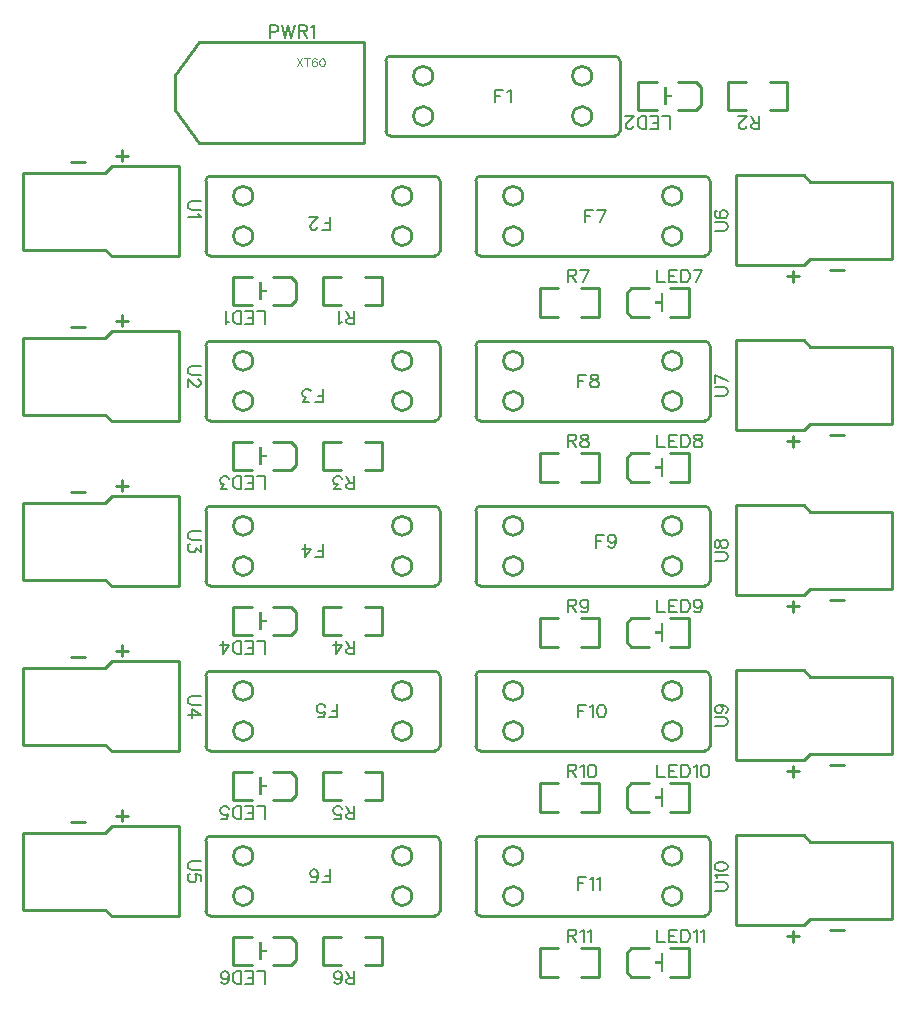
<source format=gto>
G04 Layer: TopSilkscreenLayer*
G04 EasyEDA v6.5.5, 2022-06-01 22:09:19*
G04 f343101900314467833159393b3af33e,c96cdaf6a0e44fa3bb1e134f2b5c86cb,10*
G04 Gerber Generator version 0.2*
G04 Scale: 100 percent, Rotated: No, Reflected: No *
G04 Dimensions in millimeters *
G04 leading zeros omitted , absolute positions ,4 integer and 5 decimal *
%FSLAX45Y45*%
%MOMM*%

%ADD10C,0.2540*%
%ADD19C,0.1524*%
%ADD20C,0.1000*%

%LPD*%
D19*
X2626393Y-2975315D02*
G01*
X2626393Y-2866349D01*
X2626393Y-2866349D02*
G01*
X2564163Y-2866349D01*
X2529873Y-2975315D02*
G01*
X2529873Y-2866349D01*
X2529873Y-2975315D02*
G01*
X2462309Y-2975315D01*
X2529873Y-2923499D02*
G01*
X2488217Y-2923499D01*
X2529873Y-2866349D02*
G01*
X2462309Y-2866349D01*
X2428019Y-2975315D02*
G01*
X2428019Y-2866349D01*
X2428019Y-2975315D02*
G01*
X2391443Y-2975315D01*
X2375949Y-2970235D01*
X2365535Y-2959821D01*
X2360455Y-2949407D01*
X2355121Y-2933659D01*
X2355121Y-2907751D01*
X2360455Y-2892257D01*
X2365535Y-2881843D01*
X2375949Y-2871429D01*
X2391443Y-2866349D01*
X2428019Y-2866349D01*
X2320831Y-2954487D02*
G01*
X2310417Y-2959821D01*
X2294923Y-2975315D01*
X2294923Y-2866349D01*
X6055393Y-1324315D02*
G01*
X6055393Y-1215349D01*
X6055393Y-1215349D02*
G01*
X5993163Y-1215349D01*
X5958873Y-1324315D02*
G01*
X5958873Y-1215349D01*
X5958873Y-1324315D02*
G01*
X5891309Y-1324315D01*
X5958873Y-1272499D02*
G01*
X5917217Y-1272499D01*
X5958873Y-1215349D02*
G01*
X5891309Y-1215349D01*
X5857019Y-1324315D02*
G01*
X5857019Y-1215349D01*
X5857019Y-1324315D02*
G01*
X5820443Y-1324315D01*
X5804949Y-1319235D01*
X5794535Y-1308821D01*
X5789455Y-1298407D01*
X5784121Y-1282659D01*
X5784121Y-1256751D01*
X5789455Y-1241257D01*
X5794535Y-1230843D01*
X5804949Y-1220429D01*
X5820443Y-1215349D01*
X5857019Y-1215349D01*
X5744751Y-1298407D02*
G01*
X5744751Y-1303487D01*
X5739417Y-1313901D01*
X5734337Y-1319235D01*
X5723923Y-1324315D01*
X5703095Y-1324315D01*
X5692681Y-1319235D01*
X5687601Y-1313901D01*
X5682267Y-1303487D01*
X5682267Y-1293073D01*
X5687601Y-1282659D01*
X5698015Y-1267165D01*
X5749831Y-1215349D01*
X5677187Y-1215349D01*
X2626393Y-4372315D02*
G01*
X2626393Y-4263349D01*
X2626393Y-4263349D02*
G01*
X2564163Y-4263349D01*
X2529873Y-4372315D02*
G01*
X2529873Y-4263349D01*
X2529873Y-4372315D02*
G01*
X2462309Y-4372315D01*
X2529873Y-4320499D02*
G01*
X2488217Y-4320499D01*
X2529873Y-4263349D02*
G01*
X2462309Y-4263349D01*
X2428019Y-4372315D02*
G01*
X2428019Y-4263349D01*
X2428019Y-4372315D02*
G01*
X2391443Y-4372315D01*
X2375949Y-4367235D01*
X2365535Y-4356821D01*
X2360455Y-4346407D01*
X2355121Y-4330659D01*
X2355121Y-4304751D01*
X2360455Y-4289257D01*
X2365535Y-4278843D01*
X2375949Y-4268429D01*
X2391443Y-4263349D01*
X2428019Y-4263349D01*
X2310417Y-4372315D02*
G01*
X2253267Y-4372315D01*
X2284509Y-4330659D01*
X2269015Y-4330659D01*
X2258601Y-4325579D01*
X2253267Y-4320499D01*
X2248187Y-4304751D01*
X2248187Y-4294337D01*
X2253267Y-4278843D01*
X2263681Y-4268429D01*
X2279429Y-4263349D01*
X2294923Y-4263349D01*
X2310417Y-4268429D01*
X2315751Y-4273509D01*
X2320831Y-4283923D01*
X2626393Y-5769315D02*
G01*
X2626393Y-5660349D01*
X2626393Y-5660349D02*
G01*
X2564163Y-5660349D01*
X2529873Y-5769315D02*
G01*
X2529873Y-5660349D01*
X2529873Y-5769315D02*
G01*
X2462309Y-5769315D01*
X2529873Y-5717499D02*
G01*
X2488217Y-5717499D01*
X2529873Y-5660349D02*
G01*
X2462309Y-5660349D01*
X2428019Y-5769315D02*
G01*
X2428019Y-5660349D01*
X2428019Y-5769315D02*
G01*
X2391443Y-5769315D01*
X2375949Y-5764235D01*
X2365535Y-5753821D01*
X2360455Y-5743407D01*
X2355121Y-5727659D01*
X2355121Y-5701751D01*
X2360455Y-5686257D01*
X2365535Y-5675843D01*
X2375949Y-5665429D01*
X2391443Y-5660349D01*
X2428019Y-5660349D01*
X2269015Y-5769315D02*
G01*
X2320831Y-5696671D01*
X2242853Y-5696671D01*
X2269015Y-5769315D02*
G01*
X2269015Y-5660349D01*
X2626393Y-7166315D02*
G01*
X2626393Y-7057349D01*
X2626393Y-7057349D02*
G01*
X2564163Y-7057349D01*
X2529873Y-7166315D02*
G01*
X2529873Y-7057349D01*
X2529873Y-7166315D02*
G01*
X2462309Y-7166315D01*
X2529873Y-7114499D02*
G01*
X2488217Y-7114499D01*
X2529873Y-7057349D02*
G01*
X2462309Y-7057349D01*
X2428019Y-7166315D02*
G01*
X2428019Y-7057349D01*
X2428019Y-7166315D02*
G01*
X2391443Y-7166315D01*
X2375949Y-7161235D01*
X2365535Y-7150821D01*
X2360455Y-7140407D01*
X2355121Y-7124659D01*
X2355121Y-7098751D01*
X2360455Y-7083257D01*
X2365535Y-7072843D01*
X2375949Y-7062429D01*
X2391443Y-7057349D01*
X2428019Y-7057349D01*
X2258601Y-7166315D02*
G01*
X2310417Y-7166315D01*
X2315751Y-7119579D01*
X2310417Y-7124659D01*
X2294923Y-7129993D01*
X2279429Y-7129993D01*
X2263681Y-7124659D01*
X2253267Y-7114499D01*
X2248187Y-7098751D01*
X2248187Y-7088337D01*
X2253267Y-7072843D01*
X2263681Y-7062429D01*
X2279429Y-7057349D01*
X2294923Y-7057349D01*
X2310417Y-7062429D01*
X2315751Y-7067509D01*
X2320831Y-7077923D01*
X2626393Y-8563315D02*
G01*
X2626393Y-8454349D01*
X2626393Y-8454349D02*
G01*
X2564163Y-8454349D01*
X2529873Y-8563315D02*
G01*
X2529873Y-8454349D01*
X2529873Y-8563315D02*
G01*
X2462309Y-8563315D01*
X2529873Y-8511499D02*
G01*
X2488217Y-8511499D01*
X2529873Y-8454349D02*
G01*
X2462309Y-8454349D01*
X2428019Y-8563315D02*
G01*
X2428019Y-8454349D01*
X2428019Y-8563315D02*
G01*
X2391443Y-8563315D01*
X2375949Y-8558235D01*
X2365535Y-8547821D01*
X2360455Y-8537407D01*
X2355121Y-8521659D01*
X2355121Y-8495751D01*
X2360455Y-8480257D01*
X2365535Y-8469843D01*
X2375949Y-8459429D01*
X2391443Y-8454349D01*
X2428019Y-8454349D01*
X2258601Y-8547821D02*
G01*
X2263681Y-8558235D01*
X2279429Y-8563315D01*
X2289843Y-8563315D01*
X2305337Y-8558235D01*
X2315751Y-8542487D01*
X2320831Y-8516579D01*
X2320831Y-8490671D01*
X2315751Y-8469843D01*
X2305337Y-8459429D01*
X2289843Y-8454349D01*
X2284509Y-8454349D01*
X2269015Y-8459429D01*
X2258601Y-8469843D01*
X2253267Y-8485337D01*
X2253267Y-8490671D01*
X2258601Y-8506165D01*
X2269015Y-8516579D01*
X2284509Y-8521659D01*
X2289843Y-8521659D01*
X2305337Y-8516579D01*
X2315751Y-8506165D01*
X2320831Y-8490671D01*
X5951207Y-2513584D02*
G01*
X5951207Y-2622550D01*
X5951207Y-2622550D02*
G01*
X6013437Y-2622550D01*
X6047727Y-2513584D02*
G01*
X6047727Y-2622550D01*
X6047727Y-2513584D02*
G01*
X6115291Y-2513584D01*
X6047727Y-2565400D02*
G01*
X6089383Y-2565400D01*
X6047727Y-2622550D02*
G01*
X6115291Y-2622550D01*
X6149581Y-2513584D02*
G01*
X6149581Y-2622550D01*
X6149581Y-2513584D02*
G01*
X6186157Y-2513584D01*
X6201651Y-2518663D01*
X6212065Y-2529078D01*
X6217145Y-2539492D01*
X6222479Y-2555239D01*
X6222479Y-2581147D01*
X6217145Y-2596642D01*
X6212065Y-2607055D01*
X6201651Y-2617470D01*
X6186157Y-2622550D01*
X6149581Y-2622550D01*
X6329413Y-2513584D02*
G01*
X6277597Y-2622550D01*
X6256769Y-2513584D02*
G01*
X6329413Y-2513584D01*
X5951207Y-3910584D02*
G01*
X5951207Y-4019550D01*
X5951207Y-4019550D02*
G01*
X6013437Y-4019550D01*
X6047727Y-3910584D02*
G01*
X6047727Y-4019550D01*
X6047727Y-3910584D02*
G01*
X6115291Y-3910584D01*
X6047727Y-3962400D02*
G01*
X6089383Y-3962400D01*
X6047727Y-4019550D02*
G01*
X6115291Y-4019550D01*
X6149581Y-3910584D02*
G01*
X6149581Y-4019550D01*
X6149581Y-3910584D02*
G01*
X6186157Y-3910584D01*
X6201651Y-3915663D01*
X6212065Y-3926078D01*
X6217145Y-3936492D01*
X6222479Y-3952239D01*
X6222479Y-3978147D01*
X6217145Y-3993642D01*
X6212065Y-4004055D01*
X6201651Y-4014470D01*
X6186157Y-4019550D01*
X6149581Y-4019550D01*
X6282677Y-3910584D02*
G01*
X6267183Y-3915663D01*
X6261849Y-3926078D01*
X6261849Y-3936492D01*
X6267183Y-3946905D01*
X6277597Y-3952239D01*
X6298171Y-3957320D01*
X6313919Y-3962400D01*
X6324333Y-3972813D01*
X6329413Y-3983228D01*
X6329413Y-3998976D01*
X6324333Y-4009389D01*
X6318999Y-4014470D01*
X6303505Y-4019550D01*
X6282677Y-4019550D01*
X6267183Y-4014470D01*
X6261849Y-4009389D01*
X6256769Y-3998976D01*
X6256769Y-3983228D01*
X6261849Y-3972813D01*
X6272263Y-3962400D01*
X6287757Y-3957320D01*
X6308585Y-3952239D01*
X6318999Y-3946905D01*
X6324333Y-3936492D01*
X6324333Y-3926078D01*
X6318999Y-3915663D01*
X6303505Y-3910584D01*
X6282677Y-3910584D01*
X5951207Y-5307584D02*
G01*
X5951207Y-5416550D01*
X5951207Y-5416550D02*
G01*
X6013437Y-5416550D01*
X6047727Y-5307584D02*
G01*
X6047727Y-5416550D01*
X6047727Y-5307584D02*
G01*
X6115291Y-5307584D01*
X6047727Y-5359400D02*
G01*
X6089383Y-5359400D01*
X6047727Y-5416550D02*
G01*
X6115291Y-5416550D01*
X6149581Y-5307584D02*
G01*
X6149581Y-5416550D01*
X6149581Y-5307584D02*
G01*
X6186157Y-5307584D01*
X6201651Y-5312663D01*
X6212065Y-5323078D01*
X6217145Y-5333492D01*
X6222479Y-5349239D01*
X6222479Y-5375147D01*
X6217145Y-5390642D01*
X6212065Y-5401055D01*
X6201651Y-5411470D01*
X6186157Y-5416550D01*
X6149581Y-5416550D01*
X6324333Y-5343905D02*
G01*
X6318999Y-5359400D01*
X6308585Y-5369813D01*
X6293091Y-5375147D01*
X6287757Y-5375147D01*
X6272263Y-5369813D01*
X6261849Y-5359400D01*
X6256769Y-5343905D01*
X6256769Y-5338826D01*
X6261849Y-5323078D01*
X6272263Y-5312663D01*
X6287757Y-5307584D01*
X6293091Y-5307584D01*
X6308585Y-5312663D01*
X6318999Y-5323078D01*
X6324333Y-5343905D01*
X6324333Y-5369813D01*
X6318999Y-5395976D01*
X6308585Y-5411470D01*
X6293091Y-5416550D01*
X6282677Y-5416550D01*
X6267183Y-5411470D01*
X6261849Y-5401055D01*
X5951207Y-6704584D02*
G01*
X5951207Y-6813550D01*
X5951207Y-6813550D02*
G01*
X6013437Y-6813550D01*
X6047727Y-6704584D02*
G01*
X6047727Y-6813550D01*
X6047727Y-6704584D02*
G01*
X6115291Y-6704584D01*
X6047727Y-6756400D02*
G01*
X6089383Y-6756400D01*
X6047727Y-6813550D02*
G01*
X6115291Y-6813550D01*
X6149581Y-6704584D02*
G01*
X6149581Y-6813550D01*
X6149581Y-6704584D02*
G01*
X6186157Y-6704584D01*
X6201651Y-6709663D01*
X6212065Y-6720078D01*
X6217145Y-6730492D01*
X6222479Y-6746239D01*
X6222479Y-6772147D01*
X6217145Y-6787642D01*
X6212065Y-6798055D01*
X6201651Y-6808470D01*
X6186157Y-6813550D01*
X6149581Y-6813550D01*
X6256769Y-6725412D02*
G01*
X6267183Y-6720078D01*
X6282677Y-6704584D01*
X6282677Y-6813550D01*
X6348209Y-6704584D02*
G01*
X6332461Y-6709663D01*
X6322047Y-6725412D01*
X6316967Y-6751320D01*
X6316967Y-6766813D01*
X6322047Y-6792976D01*
X6332461Y-6808470D01*
X6348209Y-6813550D01*
X6358623Y-6813550D01*
X6374117Y-6808470D01*
X6384531Y-6792976D01*
X6389611Y-6766813D01*
X6389611Y-6751320D01*
X6384531Y-6725412D01*
X6374117Y-6709663D01*
X6358623Y-6704584D01*
X6348209Y-6704584D01*
X5951207Y-8101584D02*
G01*
X5951207Y-8210550D01*
X5951207Y-8210550D02*
G01*
X6013437Y-8210550D01*
X6047727Y-8101584D02*
G01*
X6047727Y-8210550D01*
X6047727Y-8101584D02*
G01*
X6115291Y-8101584D01*
X6047727Y-8153400D02*
G01*
X6089383Y-8153400D01*
X6047727Y-8210550D02*
G01*
X6115291Y-8210550D01*
X6149581Y-8101584D02*
G01*
X6149581Y-8210550D01*
X6149581Y-8101584D02*
G01*
X6186157Y-8101584D01*
X6201651Y-8106663D01*
X6212065Y-8117078D01*
X6217145Y-8127492D01*
X6222479Y-8143239D01*
X6222479Y-8169147D01*
X6217145Y-8184642D01*
X6212065Y-8195055D01*
X6201651Y-8205470D01*
X6186157Y-8210550D01*
X6149581Y-8210550D01*
X6256769Y-8122412D02*
G01*
X6267183Y-8117078D01*
X6282677Y-8101584D01*
X6282677Y-8210550D01*
X6316967Y-8122412D02*
G01*
X6327381Y-8117078D01*
X6342875Y-8101584D01*
X6342875Y-8210550D01*
X2667000Y-443484D02*
G01*
X2667000Y-552450D01*
X2667000Y-443484D02*
G01*
X2713736Y-443484D01*
X2729229Y-448563D01*
X2734563Y-453897D01*
X2739643Y-464312D01*
X2739643Y-479805D01*
X2734563Y-490220D01*
X2729229Y-495300D01*
X2713736Y-500634D01*
X2667000Y-500634D01*
X2773934Y-443484D02*
G01*
X2800095Y-552450D01*
X2826004Y-443484D02*
G01*
X2800095Y-552450D01*
X2826004Y-443484D02*
G01*
X2851911Y-552450D01*
X2877820Y-443484D02*
G01*
X2851911Y-552450D01*
X2912109Y-443484D02*
G01*
X2912109Y-552450D01*
X2912109Y-443484D02*
G01*
X2959100Y-443484D01*
X2974593Y-448563D01*
X2979674Y-453897D01*
X2985008Y-464312D01*
X2985008Y-474726D01*
X2979674Y-485139D01*
X2974593Y-490220D01*
X2959100Y-495300D01*
X2912109Y-495300D01*
X2948686Y-495300D02*
G01*
X2985008Y-552450D01*
X3019297Y-464312D02*
G01*
X3029711Y-458978D01*
X3045206Y-443484D01*
X3045206Y-552450D01*
D20*
X2895600Y-723900D02*
G01*
X2940050Y-790702D01*
X2940050Y-723900D02*
G01*
X2895600Y-790702D01*
X2983484Y-723900D02*
G01*
X2983484Y-790702D01*
X2961131Y-723900D02*
G01*
X3005581Y-723900D01*
X3064763Y-733297D02*
G01*
X3061715Y-726947D01*
X3052063Y-723900D01*
X3045713Y-723900D01*
X3036315Y-726947D01*
X3029965Y-736600D01*
X3026663Y-752347D01*
X3026663Y-768350D01*
X3029965Y-781050D01*
X3036315Y-787400D01*
X3045713Y-790702D01*
X3049015Y-790702D01*
X3058413Y-787400D01*
X3064763Y-781050D01*
X3068065Y-771652D01*
X3068065Y-768350D01*
X3064763Y-758697D01*
X3058413Y-752347D01*
X3049015Y-749300D01*
X3045713Y-749300D01*
X3036315Y-752347D01*
X3029965Y-758697D01*
X3026663Y-768350D01*
X3108197Y-723900D02*
G01*
X3098545Y-726947D01*
X3092195Y-736600D01*
X3089147Y-752347D01*
X3089147Y-762000D01*
X3092195Y-778002D01*
X3098545Y-787400D01*
X3108197Y-790702D01*
X3114547Y-790702D01*
X3123945Y-787400D01*
X3130295Y-778002D01*
X3133597Y-762000D01*
X3133597Y-752347D01*
X3130295Y-736600D01*
X3123945Y-726947D01*
X3114547Y-723900D01*
X3108197Y-723900D01*
D19*
X2083836Y-1934169D02*
G01*
X2005858Y-1934169D01*
X1990364Y-1939249D01*
X1979950Y-1949663D01*
X1974870Y-1965411D01*
X1974870Y-1975825D01*
X1979950Y-1991319D01*
X1990364Y-2001733D01*
X2005858Y-2006813D01*
X2083836Y-2006813D01*
X2063008Y-2041103D02*
G01*
X2068342Y-2051517D01*
X2083836Y-2067265D01*
X1974870Y-2067265D01*
X2083836Y-3331169D02*
G01*
X2005858Y-3331169D01*
X1990364Y-3336249D01*
X1979950Y-3346663D01*
X1974870Y-3362411D01*
X1974870Y-3372825D01*
X1979950Y-3388319D01*
X1990364Y-3398733D01*
X2005858Y-3403813D01*
X2083836Y-3403813D01*
X2057928Y-3443437D02*
G01*
X2063008Y-3443437D01*
X2073422Y-3448517D01*
X2078756Y-3453851D01*
X2083836Y-3464265D01*
X2083836Y-3484839D01*
X2078756Y-3495253D01*
X2073422Y-3500587D01*
X2063008Y-3505667D01*
X2052594Y-3505667D01*
X2042180Y-3500587D01*
X2026686Y-3490173D01*
X1974870Y-3438103D01*
X1974870Y-3511001D01*
X2083836Y-4728169D02*
G01*
X2005858Y-4728169D01*
X1990364Y-4733249D01*
X1979950Y-4743663D01*
X1974870Y-4759411D01*
X1974870Y-4769825D01*
X1979950Y-4785319D01*
X1990364Y-4795733D01*
X2005858Y-4800813D01*
X2083836Y-4800813D01*
X2083836Y-4845517D02*
G01*
X2083836Y-4902667D01*
X2042180Y-4871679D01*
X2042180Y-4887173D01*
X2037100Y-4897587D01*
X2032020Y-4902667D01*
X2016272Y-4908001D01*
X2005858Y-4908001D01*
X1990364Y-4902667D01*
X1979950Y-4892253D01*
X1974870Y-4876759D01*
X1974870Y-4861265D01*
X1979950Y-4845517D01*
X1985030Y-4840437D01*
X1995444Y-4835103D01*
X2083836Y-6125169D02*
G01*
X2005858Y-6125169D01*
X1990364Y-6130249D01*
X1979950Y-6140663D01*
X1974870Y-6156411D01*
X1974870Y-6166825D01*
X1979950Y-6182319D01*
X1990364Y-6192733D01*
X2005858Y-6197813D01*
X2083836Y-6197813D01*
X2083836Y-6284173D02*
G01*
X2011192Y-6232103D01*
X2011192Y-6310081D01*
X2083836Y-6284173D02*
G01*
X1974870Y-6284173D01*
X2083836Y-7522169D02*
G01*
X2005858Y-7522169D01*
X1990364Y-7527249D01*
X1979950Y-7537663D01*
X1974870Y-7553411D01*
X1974870Y-7563825D01*
X1979950Y-7579319D01*
X1990364Y-7589733D01*
X2005858Y-7594813D01*
X2083836Y-7594813D01*
X2083836Y-7691587D02*
G01*
X2083836Y-7639517D01*
X2037100Y-7634437D01*
X2042180Y-7639517D01*
X2047514Y-7655265D01*
X2047514Y-7670759D01*
X2042180Y-7686253D01*
X2032020Y-7696667D01*
X2016272Y-7702001D01*
X2005858Y-7702001D01*
X1990364Y-7696667D01*
X1979950Y-7686253D01*
X1974870Y-7670759D01*
X1974870Y-7655265D01*
X1979950Y-7639517D01*
X1985030Y-7634437D01*
X1995444Y-7629103D01*
X6435364Y-2185629D02*
G01*
X6513342Y-2185629D01*
X6528836Y-2180549D01*
X6539250Y-2170135D01*
X6544330Y-2154387D01*
X6544330Y-2143973D01*
X6539250Y-2128479D01*
X6528836Y-2118065D01*
X6513342Y-2112985D01*
X6435364Y-2112985D01*
X6450858Y-2016211D02*
G01*
X6440444Y-2021545D01*
X6435364Y-2037039D01*
X6435364Y-2047453D01*
X6440444Y-2062947D01*
X6456192Y-2073361D01*
X6482100Y-2078695D01*
X6508008Y-2078695D01*
X6528836Y-2073361D01*
X6539250Y-2062947D01*
X6544330Y-2047453D01*
X6544330Y-2042119D01*
X6539250Y-2026625D01*
X6528836Y-2016211D01*
X6513342Y-2011131D01*
X6508008Y-2011131D01*
X6492514Y-2016211D01*
X6482100Y-2026625D01*
X6477020Y-2042119D01*
X6477020Y-2047453D01*
X6482100Y-2062947D01*
X6492514Y-2073361D01*
X6508008Y-2078695D01*
X6435364Y-3582629D02*
G01*
X6513342Y-3582629D01*
X6528836Y-3577549D01*
X6539250Y-3567135D01*
X6544330Y-3551387D01*
X6544330Y-3540973D01*
X6539250Y-3525479D01*
X6528836Y-3515065D01*
X6513342Y-3509985D01*
X6435364Y-3509985D01*
X6435364Y-3402797D02*
G01*
X6544330Y-3454867D01*
X6435364Y-3475695D02*
G01*
X6435364Y-3402797D01*
X6435364Y-4979629D02*
G01*
X6513342Y-4979629D01*
X6528836Y-4974549D01*
X6539250Y-4964135D01*
X6544330Y-4948387D01*
X6544330Y-4937973D01*
X6539250Y-4922479D01*
X6528836Y-4912065D01*
X6513342Y-4906985D01*
X6435364Y-4906985D01*
X6435364Y-4846533D02*
G01*
X6440444Y-4862281D01*
X6450858Y-4867361D01*
X6461272Y-4867361D01*
X6471686Y-4862281D01*
X6477020Y-4851867D01*
X6482100Y-4831039D01*
X6487180Y-4815545D01*
X6497594Y-4805131D01*
X6508008Y-4799797D01*
X6523756Y-4799797D01*
X6534170Y-4805131D01*
X6539250Y-4810211D01*
X6544330Y-4825959D01*
X6544330Y-4846533D01*
X6539250Y-4862281D01*
X6534170Y-4867361D01*
X6523756Y-4872695D01*
X6508008Y-4872695D01*
X6497594Y-4867361D01*
X6487180Y-4856947D01*
X6482100Y-4841453D01*
X6477020Y-4820625D01*
X6471686Y-4810211D01*
X6461272Y-4805131D01*
X6450858Y-4805131D01*
X6440444Y-4810211D01*
X6435364Y-4825959D01*
X6435364Y-4846533D01*
X6435364Y-6376629D02*
G01*
X6513342Y-6376629D01*
X6528836Y-6371549D01*
X6539250Y-6361135D01*
X6544330Y-6345387D01*
X6544330Y-6334973D01*
X6539250Y-6319479D01*
X6528836Y-6309065D01*
X6513342Y-6303985D01*
X6435364Y-6303985D01*
X6471686Y-6202131D02*
G01*
X6487180Y-6207211D01*
X6497594Y-6217625D01*
X6502928Y-6233119D01*
X6502928Y-6238453D01*
X6497594Y-6253947D01*
X6487180Y-6264361D01*
X6471686Y-6269695D01*
X6466606Y-6269695D01*
X6450858Y-6264361D01*
X6440444Y-6253947D01*
X6435364Y-6238453D01*
X6435364Y-6233119D01*
X6440444Y-6217625D01*
X6450858Y-6207211D01*
X6471686Y-6202131D01*
X6497594Y-6202131D01*
X6523756Y-6207211D01*
X6539250Y-6217625D01*
X6544330Y-6233119D01*
X6544330Y-6243533D01*
X6539250Y-6259281D01*
X6528836Y-6264361D01*
X6435364Y-7773629D02*
G01*
X6513342Y-7773629D01*
X6528836Y-7768549D01*
X6539250Y-7758135D01*
X6544330Y-7742387D01*
X6544330Y-7731973D01*
X6539250Y-7716479D01*
X6528836Y-7706065D01*
X6513342Y-7700985D01*
X6435364Y-7700985D01*
X6456192Y-7666695D02*
G01*
X6450858Y-7656281D01*
X6435364Y-7640533D01*
X6544330Y-7640533D01*
X6435364Y-7575255D02*
G01*
X6440444Y-7590749D01*
X6456192Y-7601163D01*
X6482100Y-7606243D01*
X6497594Y-7606243D01*
X6523756Y-7601163D01*
X6539250Y-7590749D01*
X6544330Y-7575255D01*
X6544330Y-7564841D01*
X6539250Y-7549093D01*
X6523756Y-7538679D01*
X6497594Y-7533599D01*
X6482100Y-7533599D01*
X6456192Y-7538679D01*
X6440444Y-7549093D01*
X6435364Y-7564841D01*
X6435364Y-7575255D01*
X4579297Y-989883D02*
G01*
X4579297Y-1098849D01*
X4579297Y-989883D02*
G01*
X4646861Y-989883D01*
X4579297Y-1041699D02*
G01*
X4620953Y-1041699D01*
X4681151Y-1010711D02*
G01*
X4691565Y-1005377D01*
X4707059Y-989883D01*
X4707059Y-1098849D01*
X3177900Y-2175215D02*
G01*
X3177900Y-2066249D01*
X3177900Y-2175215D02*
G01*
X3110336Y-2175215D01*
X3177900Y-2123399D02*
G01*
X3136244Y-2123399D01*
X3070966Y-2149307D02*
G01*
X3070966Y-2154387D01*
X3065632Y-2164801D01*
X3060552Y-2170135D01*
X3050138Y-2175215D01*
X3029310Y-2175215D01*
X3018896Y-2170135D01*
X3013816Y-2164801D01*
X3008482Y-2154387D01*
X3008482Y-2143973D01*
X3013816Y-2133559D01*
X3024230Y-2118065D01*
X3076046Y-2066249D01*
X3003402Y-2066249D01*
X3116600Y-3633515D02*
G01*
X3116600Y-3524549D01*
X3116600Y-3633515D02*
G01*
X3049036Y-3633515D01*
X3116600Y-3581699D02*
G01*
X3074944Y-3581699D01*
X3004332Y-3633515D02*
G01*
X2947182Y-3633515D01*
X2978424Y-3591859D01*
X2962930Y-3591859D01*
X2952516Y-3586779D01*
X2947182Y-3581699D01*
X2942102Y-3565951D01*
X2942102Y-3555537D01*
X2947182Y-3540043D01*
X2957596Y-3529629D01*
X2973090Y-3524549D01*
X2988838Y-3524549D01*
X3004332Y-3529629D01*
X3009666Y-3534709D01*
X3014746Y-3545123D01*
X3117499Y-4949517D02*
G01*
X3117499Y-4840551D01*
X3117499Y-4949517D02*
G01*
X3049935Y-4949517D01*
X3117499Y-4897701D02*
G01*
X3075843Y-4897701D01*
X2963829Y-4949517D02*
G01*
X3015645Y-4876873D01*
X2937667Y-4876873D01*
X2963829Y-4949517D02*
G01*
X2963829Y-4840551D01*
X3239198Y-6304914D02*
G01*
X3239198Y-6195948D01*
X3239198Y-6304914D02*
G01*
X3171634Y-6304914D01*
X3239198Y-6253098D02*
G01*
X3197542Y-6253098D01*
X3075114Y-6304914D02*
G01*
X3126930Y-6304914D01*
X3132264Y-6258179D01*
X3126930Y-6263259D01*
X3111436Y-6268593D01*
X3095688Y-6268593D01*
X3080194Y-6263259D01*
X3069780Y-6253098D01*
X3064700Y-6237351D01*
X3064700Y-6226937D01*
X3069780Y-6211443D01*
X3080194Y-6201029D01*
X3095688Y-6195948D01*
X3111436Y-6195948D01*
X3126930Y-6201029D01*
X3132264Y-6206109D01*
X3137344Y-6216522D01*
X3177900Y-7701914D02*
G01*
X3177900Y-7592948D01*
X3177900Y-7701914D02*
G01*
X3110336Y-7701914D01*
X3177900Y-7650098D02*
G01*
X3136244Y-7650098D01*
X3013816Y-7686420D02*
G01*
X3018896Y-7696835D01*
X3034390Y-7701914D01*
X3044804Y-7701914D01*
X3060552Y-7696835D01*
X3070966Y-7681087D01*
X3076046Y-7655179D01*
X3076046Y-7629270D01*
X3070966Y-7608443D01*
X3060552Y-7598029D01*
X3044804Y-7592948D01*
X3039724Y-7592948D01*
X3024230Y-7598029D01*
X3013816Y-7608443D01*
X3008482Y-7623937D01*
X3008482Y-7629270D01*
X3013816Y-7644764D01*
X3024230Y-7655179D01*
X3039724Y-7660259D01*
X3044804Y-7660259D01*
X3060552Y-7655179D01*
X3070966Y-7644764D01*
X3076046Y-7629270D01*
X5341299Y-2005883D02*
G01*
X5341299Y-2114849D01*
X5341299Y-2005883D02*
G01*
X5408863Y-2005883D01*
X5341299Y-2057699D02*
G01*
X5382955Y-2057699D01*
X5515797Y-2005883D02*
G01*
X5463981Y-2114849D01*
X5443153Y-2005883D02*
G01*
X5515797Y-2005883D01*
X5279999Y-3402883D02*
G01*
X5279999Y-3511849D01*
X5279999Y-3402883D02*
G01*
X5347563Y-3402883D01*
X5279999Y-3454699D02*
G01*
X5321655Y-3454699D01*
X5407761Y-3402883D02*
G01*
X5392267Y-3407963D01*
X5386933Y-3418377D01*
X5386933Y-3428791D01*
X5392267Y-3439205D01*
X5402681Y-3444539D01*
X5423509Y-3449619D01*
X5439003Y-3454699D01*
X5449417Y-3465113D01*
X5454497Y-3475527D01*
X5454497Y-3491275D01*
X5449417Y-3501689D01*
X5444083Y-3506769D01*
X5428589Y-3511849D01*
X5407761Y-3511849D01*
X5392267Y-3506769D01*
X5386933Y-3501689D01*
X5381853Y-3491275D01*
X5381853Y-3475527D01*
X5386933Y-3465113D01*
X5397347Y-3454699D01*
X5413095Y-3449619D01*
X5433669Y-3444539D01*
X5444083Y-3439205D01*
X5449417Y-3428791D01*
X5449417Y-3418377D01*
X5444083Y-3407963D01*
X5428589Y-3402883D01*
X5407761Y-3402883D01*
X5428401Y-4758283D02*
G01*
X5428401Y-4867249D01*
X5428401Y-4758283D02*
G01*
X5495965Y-4758283D01*
X5428401Y-4810099D02*
G01*
X5470057Y-4810099D01*
X5597819Y-4794605D02*
G01*
X5592485Y-4810099D01*
X5582071Y-4820513D01*
X5566577Y-4825847D01*
X5561497Y-4825847D01*
X5545749Y-4820513D01*
X5535335Y-4810099D01*
X5530255Y-4794605D01*
X5530255Y-4789525D01*
X5535335Y-4773777D01*
X5545749Y-4763363D01*
X5561497Y-4758283D01*
X5566577Y-4758283D01*
X5582071Y-4763363D01*
X5592485Y-4773777D01*
X5597819Y-4794605D01*
X5597819Y-4820513D01*
X5592485Y-4846675D01*
X5582071Y-4862169D01*
X5566577Y-4867249D01*
X5556163Y-4867249D01*
X5540669Y-4862169D01*
X5535335Y-4851755D01*
X5279999Y-6196883D02*
G01*
X5279999Y-6305849D01*
X5279999Y-6196883D02*
G01*
X5347563Y-6196883D01*
X5279999Y-6248699D02*
G01*
X5321655Y-6248699D01*
X5381853Y-6217711D02*
G01*
X5392267Y-6212377D01*
X5407761Y-6196883D01*
X5407761Y-6305849D01*
X5473293Y-6196883D02*
G01*
X5457799Y-6201963D01*
X5447385Y-6217711D01*
X5442051Y-6243619D01*
X5442051Y-6259113D01*
X5447385Y-6285275D01*
X5457799Y-6300769D01*
X5473293Y-6305849D01*
X5483707Y-6305849D01*
X5499201Y-6300769D01*
X5509615Y-6285275D01*
X5514949Y-6259113D01*
X5514949Y-6243619D01*
X5509615Y-6217711D01*
X5499201Y-6201963D01*
X5483707Y-6196883D01*
X5473293Y-6196883D01*
X5279999Y-7655184D02*
G01*
X5279999Y-7764150D01*
X5279999Y-7655184D02*
G01*
X5347563Y-7655184D01*
X5279999Y-7707000D02*
G01*
X5321655Y-7707000D01*
X5381853Y-7676012D02*
G01*
X5392267Y-7670678D01*
X5407761Y-7655184D01*
X5407761Y-7764150D01*
X5442051Y-7676012D02*
G01*
X5452465Y-7670678D01*
X5467959Y-7655184D01*
X5467959Y-7764150D01*
X3385809Y-2975315D02*
G01*
X3385809Y-2866349D01*
X3385809Y-2975315D02*
G01*
X3339073Y-2975315D01*
X3323579Y-2970235D01*
X3318245Y-2964901D01*
X3313165Y-2954487D01*
X3313165Y-2944073D01*
X3318245Y-2933659D01*
X3323579Y-2928579D01*
X3339073Y-2923499D01*
X3385809Y-2923499D01*
X3349487Y-2923499D02*
G01*
X3313165Y-2866349D01*
X3278875Y-2954487D02*
G01*
X3268461Y-2959821D01*
X3252713Y-2975315D01*
X3252713Y-2866349D01*
X6814809Y-1324315D02*
G01*
X6814809Y-1215349D01*
X6814809Y-1324315D02*
G01*
X6768073Y-1324315D01*
X6752579Y-1319235D01*
X6747245Y-1313901D01*
X6742165Y-1303487D01*
X6742165Y-1293073D01*
X6747245Y-1282659D01*
X6752579Y-1277579D01*
X6768073Y-1272499D01*
X6814809Y-1272499D01*
X6778487Y-1272499D02*
G01*
X6742165Y-1215349D01*
X6702541Y-1298407D02*
G01*
X6702541Y-1303487D01*
X6697461Y-1313901D01*
X6692127Y-1319235D01*
X6681713Y-1324315D01*
X6661139Y-1324315D01*
X6650725Y-1319235D01*
X6645391Y-1313901D01*
X6640311Y-1303487D01*
X6640311Y-1293073D01*
X6645391Y-1282659D01*
X6655805Y-1267165D01*
X6707875Y-1215349D01*
X6634977Y-1215349D01*
X3385809Y-4372315D02*
G01*
X3385809Y-4263349D01*
X3385809Y-4372315D02*
G01*
X3339073Y-4372315D01*
X3323579Y-4367235D01*
X3318245Y-4361901D01*
X3313165Y-4351487D01*
X3313165Y-4341073D01*
X3318245Y-4330659D01*
X3323579Y-4325579D01*
X3339073Y-4320499D01*
X3385809Y-4320499D01*
X3349487Y-4320499D02*
G01*
X3313165Y-4263349D01*
X3268461Y-4372315D02*
G01*
X3211311Y-4372315D01*
X3242299Y-4330659D01*
X3226805Y-4330659D01*
X3216391Y-4325579D01*
X3211311Y-4320499D01*
X3205977Y-4304751D01*
X3205977Y-4294337D01*
X3211311Y-4278843D01*
X3221725Y-4268429D01*
X3237219Y-4263349D01*
X3252713Y-4263349D01*
X3268461Y-4268429D01*
X3273541Y-4273509D01*
X3278875Y-4283923D01*
X3385809Y-5769315D02*
G01*
X3385809Y-5660349D01*
X3385809Y-5769315D02*
G01*
X3339073Y-5769315D01*
X3323579Y-5764235D01*
X3318245Y-5758901D01*
X3313165Y-5748487D01*
X3313165Y-5738073D01*
X3318245Y-5727659D01*
X3323579Y-5722579D01*
X3339073Y-5717499D01*
X3385809Y-5717499D01*
X3349487Y-5717499D02*
G01*
X3313165Y-5660349D01*
X3226805Y-5769315D02*
G01*
X3278875Y-5696671D01*
X3200897Y-5696671D01*
X3226805Y-5769315D02*
G01*
X3226805Y-5660349D01*
X3385809Y-7166315D02*
G01*
X3385809Y-7057349D01*
X3385809Y-7166315D02*
G01*
X3339073Y-7166315D01*
X3323579Y-7161235D01*
X3318245Y-7155901D01*
X3313165Y-7145487D01*
X3313165Y-7135073D01*
X3318245Y-7124659D01*
X3323579Y-7119579D01*
X3339073Y-7114499D01*
X3385809Y-7114499D01*
X3349487Y-7114499D02*
G01*
X3313165Y-7057349D01*
X3216391Y-7166315D02*
G01*
X3268461Y-7166315D01*
X3273541Y-7119579D01*
X3268461Y-7124659D01*
X3252713Y-7129993D01*
X3237219Y-7129993D01*
X3221725Y-7124659D01*
X3211311Y-7114499D01*
X3205977Y-7098751D01*
X3205977Y-7088337D01*
X3211311Y-7072843D01*
X3221725Y-7062429D01*
X3237219Y-7057349D01*
X3252713Y-7057349D01*
X3268461Y-7062429D01*
X3273541Y-7067509D01*
X3278875Y-7077923D01*
X3385809Y-8563315D02*
G01*
X3385809Y-8454349D01*
X3385809Y-8563315D02*
G01*
X3339073Y-8563315D01*
X3323579Y-8558235D01*
X3318245Y-8552901D01*
X3313165Y-8542487D01*
X3313165Y-8532073D01*
X3318245Y-8521659D01*
X3323579Y-8516579D01*
X3339073Y-8511499D01*
X3385809Y-8511499D01*
X3349487Y-8511499D02*
G01*
X3313165Y-8454349D01*
X3216391Y-8547821D02*
G01*
X3221725Y-8558235D01*
X3237219Y-8563315D01*
X3247633Y-8563315D01*
X3263127Y-8558235D01*
X3273541Y-8542487D01*
X3278875Y-8516579D01*
X3278875Y-8490671D01*
X3273541Y-8469843D01*
X3263127Y-8459429D01*
X3247633Y-8454349D01*
X3242299Y-8454349D01*
X3226805Y-8459429D01*
X3216391Y-8469843D01*
X3211311Y-8485337D01*
X3211311Y-8490671D01*
X3216391Y-8506165D01*
X3226805Y-8516579D01*
X3242299Y-8521659D01*
X3247633Y-8521659D01*
X3263127Y-8516579D01*
X3273541Y-8506165D01*
X3278875Y-8490671D01*
X5191790Y-2513584D02*
G01*
X5191790Y-2622550D01*
X5191790Y-2513584D02*
G01*
X5238526Y-2513584D01*
X5254020Y-2518663D01*
X5259354Y-2523997D01*
X5264434Y-2534412D01*
X5264434Y-2544826D01*
X5259354Y-2555239D01*
X5254020Y-2560320D01*
X5238526Y-2565400D01*
X5191790Y-2565400D01*
X5228112Y-2565400D02*
G01*
X5264434Y-2622550D01*
X5371622Y-2513584D02*
G01*
X5319552Y-2622550D01*
X5298724Y-2513584D02*
G01*
X5371622Y-2513584D01*
X5191790Y-3910584D02*
G01*
X5191790Y-4019550D01*
X5191790Y-3910584D02*
G01*
X5238526Y-3910584D01*
X5254020Y-3915663D01*
X5259354Y-3920997D01*
X5264434Y-3931412D01*
X5264434Y-3941826D01*
X5259354Y-3952239D01*
X5254020Y-3957320D01*
X5238526Y-3962400D01*
X5191790Y-3962400D01*
X5228112Y-3962400D02*
G01*
X5264434Y-4019550D01*
X5324886Y-3910584D02*
G01*
X5309138Y-3915663D01*
X5304058Y-3926078D01*
X5304058Y-3936492D01*
X5309138Y-3946905D01*
X5319552Y-3952239D01*
X5340380Y-3957320D01*
X5355874Y-3962400D01*
X5366288Y-3972813D01*
X5371622Y-3983228D01*
X5371622Y-3998976D01*
X5366288Y-4009389D01*
X5361208Y-4014470D01*
X5345460Y-4019550D01*
X5324886Y-4019550D01*
X5309138Y-4014470D01*
X5304058Y-4009389D01*
X5298724Y-3998976D01*
X5298724Y-3983228D01*
X5304058Y-3972813D01*
X5314472Y-3962400D01*
X5329966Y-3957320D01*
X5350794Y-3952239D01*
X5361208Y-3946905D01*
X5366288Y-3936492D01*
X5366288Y-3926078D01*
X5361208Y-3915663D01*
X5345460Y-3910584D01*
X5324886Y-3910584D01*
X5191790Y-5307584D02*
G01*
X5191790Y-5416550D01*
X5191790Y-5307584D02*
G01*
X5238526Y-5307584D01*
X5254020Y-5312663D01*
X5259354Y-5317997D01*
X5264434Y-5328412D01*
X5264434Y-5338826D01*
X5259354Y-5349239D01*
X5254020Y-5354320D01*
X5238526Y-5359400D01*
X5191790Y-5359400D01*
X5228112Y-5359400D02*
G01*
X5264434Y-5416550D01*
X5366288Y-5343905D02*
G01*
X5361208Y-5359400D01*
X5350794Y-5369813D01*
X5335300Y-5375147D01*
X5329966Y-5375147D01*
X5314472Y-5369813D01*
X5304058Y-5359400D01*
X5298724Y-5343905D01*
X5298724Y-5338826D01*
X5304058Y-5323078D01*
X5314472Y-5312663D01*
X5329966Y-5307584D01*
X5335300Y-5307584D01*
X5350794Y-5312663D01*
X5361208Y-5323078D01*
X5366288Y-5343905D01*
X5366288Y-5369813D01*
X5361208Y-5395976D01*
X5350794Y-5411470D01*
X5335300Y-5416550D01*
X5324886Y-5416550D01*
X5309138Y-5411470D01*
X5304058Y-5401055D01*
X5191790Y-6704584D02*
G01*
X5191790Y-6813550D01*
X5191790Y-6704584D02*
G01*
X5238526Y-6704584D01*
X5254020Y-6709663D01*
X5259354Y-6714997D01*
X5264434Y-6725412D01*
X5264434Y-6735826D01*
X5259354Y-6746239D01*
X5254020Y-6751320D01*
X5238526Y-6756400D01*
X5191790Y-6756400D01*
X5228112Y-6756400D02*
G01*
X5264434Y-6813550D01*
X5298724Y-6725412D02*
G01*
X5309138Y-6720078D01*
X5324886Y-6704584D01*
X5324886Y-6813550D01*
X5390164Y-6704584D02*
G01*
X5374670Y-6709663D01*
X5364256Y-6725412D01*
X5359176Y-6751320D01*
X5359176Y-6766813D01*
X5364256Y-6792976D01*
X5374670Y-6808470D01*
X5390164Y-6813550D01*
X5400578Y-6813550D01*
X5416326Y-6808470D01*
X5426740Y-6792976D01*
X5431820Y-6766813D01*
X5431820Y-6751320D01*
X5426740Y-6725412D01*
X5416326Y-6709663D01*
X5400578Y-6704584D01*
X5390164Y-6704584D01*
X5191790Y-8101584D02*
G01*
X5191790Y-8210550D01*
X5191790Y-8101584D02*
G01*
X5238526Y-8101584D01*
X5254020Y-8106663D01*
X5259354Y-8111997D01*
X5264434Y-8122412D01*
X5264434Y-8132826D01*
X5259354Y-8143239D01*
X5254020Y-8148320D01*
X5238526Y-8153400D01*
X5191790Y-8153400D01*
X5228112Y-8153400D02*
G01*
X5264434Y-8210550D01*
X5298724Y-8122412D02*
G01*
X5309138Y-8117078D01*
X5324886Y-8101584D01*
X5324886Y-8210550D01*
X5359176Y-8122412D02*
G01*
X5369590Y-8117078D01*
X5385084Y-8101584D01*
X5385084Y-8210550D01*
G36*
X2578608Y-2614879D02*
G01*
X2578608Y-2774899D01*
X2598572Y-2774899D01*
X2598572Y-2614879D01*
G37*
G36*
X2588615Y-2684881D02*
G01*
X2588615Y-2704896D01*
X2648610Y-2704896D01*
X2648610Y-2684881D01*
G37*
G36*
X6007608Y-963879D02*
G01*
X6007608Y-1123899D01*
X6027572Y-1123899D01*
X6027572Y-963879D01*
G37*
G36*
X6017615Y-1033881D02*
G01*
X6017615Y-1053896D01*
X6077610Y-1053896D01*
X6077610Y-1033881D01*
G37*
G36*
X2578608Y-4011879D02*
G01*
X2578608Y-4171899D01*
X2598572Y-4171899D01*
X2598572Y-4011879D01*
G37*
G36*
X2588615Y-4081881D02*
G01*
X2588615Y-4101896D01*
X2648610Y-4101896D01*
X2648610Y-4081881D01*
G37*
G36*
X2578608Y-5408879D02*
G01*
X2578608Y-5568899D01*
X2598572Y-5568899D01*
X2598572Y-5408879D01*
G37*
G36*
X2588615Y-5478881D02*
G01*
X2588615Y-5498896D01*
X2648610Y-5498896D01*
X2648610Y-5478881D01*
G37*
G36*
X2578608Y-6805879D02*
G01*
X2578608Y-6965899D01*
X2598572Y-6965899D01*
X2598572Y-6805879D01*
G37*
G36*
X2588615Y-6875881D02*
G01*
X2588615Y-6895896D01*
X2648610Y-6895896D01*
X2648610Y-6875881D01*
G37*
G36*
X2578608Y-8202879D02*
G01*
X2578608Y-8362899D01*
X2598572Y-8362899D01*
X2598572Y-8202879D01*
G37*
G36*
X2588615Y-8272881D02*
G01*
X2588615Y-8292896D01*
X2648610Y-8292896D01*
X2648610Y-8272881D01*
G37*
G36*
X5979007Y-2713990D02*
G01*
X5979007Y-2874010D01*
X5999022Y-2874010D01*
X5999022Y-2713990D01*
G37*
G36*
X5929020Y-2783992D02*
G01*
X5929020Y-2804007D01*
X5989015Y-2804007D01*
X5989015Y-2783992D01*
G37*
G36*
X5979007Y-4110990D02*
G01*
X5979007Y-4271010D01*
X5999022Y-4271010D01*
X5999022Y-4110990D01*
G37*
G36*
X5929020Y-4180992D02*
G01*
X5929020Y-4201007D01*
X5989015Y-4201007D01*
X5989015Y-4180992D01*
G37*
G36*
X5979007Y-5507990D02*
G01*
X5979007Y-5668010D01*
X5999022Y-5668010D01*
X5999022Y-5507990D01*
G37*
G36*
X5929020Y-5577992D02*
G01*
X5929020Y-5598007D01*
X5989015Y-5598007D01*
X5989015Y-5577992D01*
G37*
G36*
X5979007Y-6904990D02*
G01*
X5979007Y-7065009D01*
X5999022Y-7065009D01*
X5999022Y-6904990D01*
G37*
G36*
X5929020Y-6974992D02*
G01*
X5929020Y-6995007D01*
X5989015Y-6995007D01*
X5989015Y-6974992D01*
G37*
G36*
X5979007Y-8301990D02*
G01*
X5979007Y-8462010D01*
X5999022Y-8462010D01*
X5999022Y-8301990D01*
G37*
G36*
X5929020Y-8371992D02*
G01*
X5929020Y-8392007D01*
X5989015Y-8392007D01*
X5989015Y-8371992D01*
G37*
D10*
X2518610Y-2814899D02*
G01*
X2358613Y-2814899D01*
X2518610Y-2574899D02*
G01*
X2358613Y-2574899D01*
X2698612Y-2814899D02*
G01*
X2848612Y-2814899D01*
X2698612Y-2574899D02*
G01*
X2848612Y-2574899D01*
X2358613Y-2814899D02*
G01*
X2358613Y-2574899D01*
X2888609Y-2764899D02*
G01*
X2888612Y-2624899D01*
X2888609Y-2764899D02*
G01*
X2888609Y-2774901D01*
X2848612Y-2814899D01*
X2888612Y-2624899D02*
G01*
X2888612Y-2614899D01*
X2848612Y-2574899D01*
X5947610Y-1163899D02*
G01*
X5787613Y-1163899D01*
X5947610Y-923899D02*
G01*
X5787613Y-923899D01*
X6127612Y-1163899D02*
G01*
X6277612Y-1163899D01*
X6127612Y-923899D02*
G01*
X6277612Y-923899D01*
X5787613Y-1163899D02*
G01*
X5787613Y-923899D01*
X6317609Y-1113899D02*
G01*
X6317612Y-973899D01*
X6317609Y-1113899D02*
G01*
X6317609Y-1123901D01*
X6277612Y-1163899D01*
X6317612Y-973899D02*
G01*
X6317612Y-963899D01*
X6277612Y-923899D01*
X2518610Y-4211899D02*
G01*
X2358613Y-4211899D01*
X2518610Y-3971899D02*
G01*
X2358613Y-3971899D01*
X2698612Y-4211899D02*
G01*
X2848612Y-4211899D01*
X2698612Y-3971899D02*
G01*
X2848612Y-3971899D01*
X2358613Y-4211899D02*
G01*
X2358613Y-3971899D01*
X2888609Y-4161899D02*
G01*
X2888612Y-4021899D01*
X2888609Y-4161899D02*
G01*
X2888609Y-4171901D01*
X2848612Y-4211899D01*
X2888612Y-4021899D02*
G01*
X2888612Y-4011899D01*
X2848612Y-3971899D01*
X2518610Y-5608899D02*
G01*
X2358613Y-5608899D01*
X2518610Y-5368899D02*
G01*
X2358613Y-5368899D01*
X2698612Y-5608899D02*
G01*
X2848612Y-5608899D01*
X2698612Y-5368899D02*
G01*
X2848612Y-5368899D01*
X2358613Y-5608899D02*
G01*
X2358613Y-5368899D01*
X2888609Y-5558899D02*
G01*
X2888612Y-5418899D01*
X2888609Y-5558899D02*
G01*
X2888609Y-5568901D01*
X2848612Y-5608899D01*
X2888612Y-5418899D02*
G01*
X2888612Y-5408899D01*
X2848612Y-5368899D01*
X2518610Y-7005899D02*
G01*
X2358613Y-7005899D01*
X2518610Y-6765899D02*
G01*
X2358613Y-6765899D01*
X2698612Y-7005899D02*
G01*
X2848612Y-7005899D01*
X2698612Y-6765899D02*
G01*
X2848612Y-6765899D01*
X2358613Y-7005899D02*
G01*
X2358613Y-6765899D01*
X2888609Y-6955899D02*
G01*
X2888612Y-6815899D01*
X2888609Y-6955899D02*
G01*
X2888609Y-6965901D01*
X2848612Y-7005899D01*
X2888612Y-6815899D02*
G01*
X2888612Y-6805899D01*
X2848612Y-6765899D01*
X2518610Y-8402899D02*
G01*
X2358613Y-8402899D01*
X2518610Y-8162899D02*
G01*
X2358613Y-8162899D01*
X2698612Y-8402899D02*
G01*
X2848612Y-8402899D01*
X2698612Y-8162899D02*
G01*
X2848612Y-8162899D01*
X2358613Y-8402899D02*
G01*
X2358613Y-8162899D01*
X2888609Y-8352899D02*
G01*
X2888612Y-8212899D01*
X2888609Y-8352899D02*
G01*
X2888609Y-8362901D01*
X2848612Y-8402899D01*
X2888612Y-8212899D02*
G01*
X2888612Y-8202899D01*
X2848612Y-8162899D01*
X6058989Y-2674000D02*
G01*
X6218986Y-2674000D01*
X6058989Y-2913999D02*
G01*
X6218986Y-2913999D01*
X5878987Y-2674000D02*
G01*
X5728987Y-2674000D01*
X5878987Y-2913999D02*
G01*
X5728987Y-2913999D01*
X6218986Y-2674000D02*
G01*
X6218986Y-2913999D01*
X5688990Y-2724000D02*
G01*
X5688987Y-2863999D01*
X5688990Y-2724000D02*
G01*
X5688990Y-2713997D01*
X5728987Y-2674000D01*
X5688987Y-2863999D02*
G01*
X5688987Y-2873999D01*
X5728987Y-2913999D01*
X6058989Y-4071000D02*
G01*
X6218986Y-4071000D01*
X6058989Y-4310999D02*
G01*
X6218986Y-4310999D01*
X5878987Y-4071000D02*
G01*
X5728987Y-4071000D01*
X5878987Y-4310999D02*
G01*
X5728987Y-4310999D01*
X6218986Y-4071000D02*
G01*
X6218986Y-4310999D01*
X5688990Y-4121000D02*
G01*
X5688987Y-4260999D01*
X5688990Y-4121000D02*
G01*
X5688990Y-4110997D01*
X5728987Y-4071000D01*
X5688987Y-4260999D02*
G01*
X5688987Y-4270999D01*
X5728987Y-4310999D01*
X6058989Y-5468000D02*
G01*
X6218986Y-5468000D01*
X6058989Y-5707999D02*
G01*
X6218986Y-5707999D01*
X5878987Y-5468000D02*
G01*
X5728987Y-5468000D01*
X5878987Y-5707999D02*
G01*
X5728987Y-5707999D01*
X6218986Y-5468000D02*
G01*
X6218986Y-5707999D01*
X5688990Y-5518000D02*
G01*
X5688987Y-5657999D01*
X5688990Y-5518000D02*
G01*
X5688990Y-5507997D01*
X5728987Y-5468000D01*
X5688987Y-5657999D02*
G01*
X5688987Y-5667999D01*
X5728987Y-5707999D01*
X6058989Y-6865000D02*
G01*
X6218986Y-6865000D01*
X6058989Y-7104999D02*
G01*
X6218986Y-7104999D01*
X5878987Y-6865000D02*
G01*
X5728987Y-6865000D01*
X5878987Y-7104999D02*
G01*
X5728987Y-7104999D01*
X6218986Y-6865000D02*
G01*
X6218986Y-7104999D01*
X5688990Y-6915000D02*
G01*
X5688987Y-7054999D01*
X5688990Y-6915000D02*
G01*
X5688990Y-6904997D01*
X5728987Y-6865000D01*
X5688987Y-7054999D02*
G01*
X5688987Y-7064999D01*
X5728987Y-7104999D01*
X6058989Y-8262000D02*
G01*
X6218986Y-8262000D01*
X6058989Y-8501999D02*
G01*
X6218986Y-8501999D01*
X5878987Y-8262000D02*
G01*
X5728987Y-8262000D01*
X5878987Y-8501999D02*
G01*
X5728987Y-8501999D01*
X6218986Y-8262000D02*
G01*
X6218986Y-8501999D01*
X5688990Y-8312000D02*
G01*
X5688987Y-8451999D01*
X5688990Y-8312000D02*
G01*
X5688990Y-8301997D01*
X5728987Y-8262000D01*
X5688987Y-8451999D02*
G01*
X5688987Y-8461999D01*
X5728987Y-8501999D01*
X2067001Y-586003D02*
G01*
X3466998Y-586003D01*
X3466998Y-586003D02*
G01*
X3466998Y-1445996D01*
X3466998Y-1445996D02*
G01*
X2067001Y-1445996D01*
X2067001Y-1445996D02*
G01*
X1867001Y-1166012D01*
X1867001Y-1166012D02*
G01*
X1867001Y-866012D01*
X2067001Y-586003D02*
G01*
X1867001Y-866012D01*
X1419880Y-1501099D02*
G01*
X1419880Y-1597619D01*
X1470680Y-1551899D02*
G01*
X1369080Y-1551899D01*
X988080Y-1602699D02*
G01*
X1104920Y-1602699D01*
X1329753Y-2402799D02*
G01*
X1902480Y-2402799D01*
X1331635Y-1640799D02*
G01*
X1902480Y-1640799D01*
X1902480Y-1640799D02*
G01*
X1902480Y-2402799D01*
X581680Y-2344379D02*
G01*
X581680Y-1699219D01*
X581680Y-1699219D02*
G01*
X1275100Y-1699219D01*
X1275100Y-2344379D02*
G01*
X1275100Y-2348146D01*
X1329753Y-2402799D01*
X1275100Y-1699219D02*
G01*
X1275100Y-1697334D01*
X1331635Y-1640799D01*
X581680Y-2344379D02*
G01*
X1275100Y-2344379D01*
X1419880Y-2898099D02*
G01*
X1419880Y-2994619D01*
X1470680Y-2948899D02*
G01*
X1369080Y-2948899D01*
X988080Y-2999699D02*
G01*
X1104920Y-2999699D01*
X1329753Y-3799799D02*
G01*
X1902480Y-3799799D01*
X1331635Y-3037799D02*
G01*
X1902480Y-3037799D01*
X1902480Y-3037799D02*
G01*
X1902480Y-3799799D01*
X581680Y-3741379D02*
G01*
X581680Y-3096219D01*
X581680Y-3096219D02*
G01*
X1275100Y-3096219D01*
X1275100Y-3741379D02*
G01*
X1275100Y-3745146D01*
X1329753Y-3799799D01*
X1275100Y-3096219D02*
G01*
X1275100Y-3094334D01*
X1331635Y-3037799D01*
X581680Y-3741379D02*
G01*
X1275100Y-3741379D01*
X1419880Y-4295099D02*
G01*
X1419880Y-4391619D01*
X1470680Y-4345899D02*
G01*
X1369080Y-4345899D01*
X988080Y-4396699D02*
G01*
X1104920Y-4396699D01*
X1329753Y-5196799D02*
G01*
X1902480Y-5196799D01*
X1331635Y-4434799D02*
G01*
X1902480Y-4434799D01*
X1902480Y-4434799D02*
G01*
X1902480Y-5196799D01*
X581680Y-5138379D02*
G01*
X581680Y-4493219D01*
X581680Y-4493219D02*
G01*
X1275100Y-4493219D01*
X1275100Y-5138379D02*
G01*
X1275100Y-5142146D01*
X1329753Y-5196799D01*
X1275100Y-4493219D02*
G01*
X1275100Y-4491334D01*
X1331635Y-4434799D01*
X581680Y-5138379D02*
G01*
X1275100Y-5138379D01*
X1419880Y-5692099D02*
G01*
X1419880Y-5788619D01*
X1470680Y-5742899D02*
G01*
X1369080Y-5742899D01*
X988080Y-5793699D02*
G01*
X1104920Y-5793699D01*
X1329753Y-6593799D02*
G01*
X1902480Y-6593799D01*
X1331635Y-5831799D02*
G01*
X1902480Y-5831799D01*
X1902480Y-5831799D02*
G01*
X1902480Y-6593799D01*
X581680Y-6535379D02*
G01*
X581680Y-5890219D01*
X581680Y-5890219D02*
G01*
X1275100Y-5890219D01*
X1275100Y-6535379D02*
G01*
X1275100Y-6539146D01*
X1329753Y-6593799D01*
X1275100Y-5890219D02*
G01*
X1275100Y-5888334D01*
X1331635Y-5831799D01*
X581680Y-6535379D02*
G01*
X1275100Y-6535379D01*
X1419880Y-7089099D02*
G01*
X1419880Y-7185619D01*
X1470680Y-7139899D02*
G01*
X1369080Y-7139899D01*
X988080Y-7190699D02*
G01*
X1104920Y-7190699D01*
X1329753Y-7990799D02*
G01*
X1902480Y-7990799D01*
X1331635Y-7228799D02*
G01*
X1902480Y-7228799D01*
X1902480Y-7228799D02*
G01*
X1902480Y-7990799D01*
X581680Y-7932379D02*
G01*
X581680Y-7287219D01*
X581680Y-7287219D02*
G01*
X1275100Y-7287219D01*
X1275100Y-7932379D02*
G01*
X1275100Y-7936146D01*
X1329753Y-7990799D01*
X1275100Y-7287219D02*
G01*
X1275100Y-7285334D01*
X1331635Y-7228799D01*
X581680Y-7932379D02*
G01*
X1275100Y-7932379D01*
X7099320Y-2618699D02*
G01*
X7099320Y-2522179D01*
X7048520Y-2567899D02*
G01*
X7150120Y-2567899D01*
X7531120Y-2517099D02*
G01*
X7414280Y-2517099D01*
X7189447Y-1716999D02*
G01*
X6616720Y-1716999D01*
X7187565Y-2478999D02*
G01*
X6616720Y-2478999D01*
X6616720Y-2478999D02*
G01*
X6616720Y-1716999D01*
X7937520Y-1775419D02*
G01*
X7937520Y-2420579D01*
X7937520Y-2420579D02*
G01*
X7244100Y-2420579D01*
X7244100Y-1775419D02*
G01*
X7244100Y-1771652D01*
X7189447Y-1716999D01*
X7244100Y-2420579D02*
G01*
X7244100Y-2422464D01*
X7187565Y-2478999D01*
X7937520Y-1775419D02*
G01*
X7244100Y-1775419D01*
X7099320Y-4015699D02*
G01*
X7099320Y-3919179D01*
X7048520Y-3964899D02*
G01*
X7150120Y-3964899D01*
X7531120Y-3914099D02*
G01*
X7414280Y-3914099D01*
X7189447Y-3113999D02*
G01*
X6616720Y-3113999D01*
X7187565Y-3875999D02*
G01*
X6616720Y-3875999D01*
X6616720Y-3875999D02*
G01*
X6616720Y-3113999D01*
X7937520Y-3172419D02*
G01*
X7937520Y-3817579D01*
X7937520Y-3817579D02*
G01*
X7244100Y-3817579D01*
X7244100Y-3172419D02*
G01*
X7244100Y-3168652D01*
X7189447Y-3113999D01*
X7244100Y-3817579D02*
G01*
X7244100Y-3819464D01*
X7187565Y-3875999D01*
X7937520Y-3172419D02*
G01*
X7244100Y-3172419D01*
X7099320Y-5412699D02*
G01*
X7099320Y-5316179D01*
X7048520Y-5361899D02*
G01*
X7150120Y-5361899D01*
X7531120Y-5311099D02*
G01*
X7414280Y-5311099D01*
X7189447Y-4510999D02*
G01*
X6616720Y-4510999D01*
X7187565Y-5272999D02*
G01*
X6616720Y-5272999D01*
X6616720Y-5272999D02*
G01*
X6616720Y-4510999D01*
X7937520Y-4569419D02*
G01*
X7937520Y-5214579D01*
X7937520Y-5214579D02*
G01*
X7244100Y-5214579D01*
X7244100Y-4569419D02*
G01*
X7244100Y-4565652D01*
X7189447Y-4510999D01*
X7244100Y-5214579D02*
G01*
X7244100Y-5216464D01*
X7187565Y-5272999D01*
X7937520Y-4569419D02*
G01*
X7244100Y-4569419D01*
X7099320Y-6809699D02*
G01*
X7099320Y-6713179D01*
X7048520Y-6758899D02*
G01*
X7150120Y-6758899D01*
X7531120Y-6708099D02*
G01*
X7414280Y-6708099D01*
X7189447Y-5907999D02*
G01*
X6616720Y-5907999D01*
X7187565Y-6669999D02*
G01*
X6616720Y-6669999D01*
X6616720Y-6669999D02*
G01*
X6616720Y-5907999D01*
X7937520Y-5966419D02*
G01*
X7937520Y-6611579D01*
X7937520Y-6611579D02*
G01*
X7244100Y-6611579D01*
X7244100Y-5966419D02*
G01*
X7244100Y-5962652D01*
X7189447Y-5907999D01*
X7244100Y-6611579D02*
G01*
X7244100Y-6613464D01*
X7187565Y-6669999D01*
X7937520Y-5966419D02*
G01*
X7244100Y-5966419D01*
X7099320Y-8206699D02*
G01*
X7099320Y-8110179D01*
X7048520Y-8155899D02*
G01*
X7150120Y-8155899D01*
X7531120Y-8105099D02*
G01*
X7414280Y-8105099D01*
X7189447Y-7304999D02*
G01*
X6616720Y-7304999D01*
X7187565Y-8066999D02*
G01*
X6616720Y-8066999D01*
X6616720Y-8066999D02*
G01*
X6616720Y-7304999D01*
X7937520Y-7363419D02*
G01*
X7937520Y-8008579D01*
X7937520Y-8008579D02*
G01*
X7244100Y-8008579D01*
X7244100Y-7363419D02*
G01*
X7244100Y-7359652D01*
X7189447Y-7304999D01*
X7244100Y-8008579D02*
G01*
X7244100Y-8010464D01*
X7187565Y-8066999D01*
X7937520Y-7363419D02*
G01*
X7244100Y-7363419D01*
X5631200Y-745449D02*
G01*
X5631200Y-1342349D01*
X5593100Y-1380449D02*
G01*
X3688100Y-1380449D01*
X3650000Y-1342349D02*
G01*
X3650000Y-745449D01*
X3688100Y-707349D02*
G01*
X5593100Y-707349D01*
X2126000Y-2358349D02*
G01*
X2126000Y-1761449D01*
X2164100Y-1723349D02*
G01*
X4069100Y-1723349D01*
X4107200Y-1761449D02*
G01*
X4107200Y-2358349D01*
X4069100Y-2396449D02*
G01*
X2164100Y-2396449D01*
X2126000Y-3755349D02*
G01*
X2126000Y-3158449D01*
X2164100Y-3120349D02*
G01*
X4069100Y-3120349D01*
X4107200Y-3158449D02*
G01*
X4107200Y-3755349D01*
X4069100Y-3793449D02*
G01*
X2164100Y-3793449D01*
X2126000Y-5152349D02*
G01*
X2126000Y-4555449D01*
X2164100Y-4517349D02*
G01*
X4069100Y-4517349D01*
X4107200Y-4555449D02*
G01*
X4107200Y-5152349D01*
X4069100Y-5190449D02*
G01*
X2164100Y-5190449D01*
X2126000Y-6549349D02*
G01*
X2126000Y-5952449D01*
X2164100Y-5914349D02*
G01*
X4069100Y-5914349D01*
X4107200Y-5952449D02*
G01*
X4107200Y-6549349D01*
X4069100Y-6587449D02*
G01*
X2164100Y-6587449D01*
X2126000Y-7946349D02*
G01*
X2126000Y-7349449D01*
X2164100Y-7311349D02*
G01*
X4069100Y-7311349D01*
X4107200Y-7349449D02*
G01*
X4107200Y-7946349D01*
X4069100Y-7984449D02*
G01*
X2164100Y-7984449D01*
X6393200Y-1761449D02*
G01*
X6393200Y-2358349D01*
X6355100Y-2396449D02*
G01*
X4450100Y-2396449D01*
X4412000Y-2358349D02*
G01*
X4412000Y-1761449D01*
X4450100Y-1723349D02*
G01*
X6355100Y-1723349D01*
X6393200Y-3158449D02*
G01*
X6393200Y-3755349D01*
X6355100Y-3793449D02*
G01*
X4450100Y-3793449D01*
X4412000Y-3755349D02*
G01*
X4412000Y-3158449D01*
X4450100Y-3120349D02*
G01*
X6355100Y-3120349D01*
X6393200Y-4555449D02*
G01*
X6393200Y-5152349D01*
X6355100Y-5190449D02*
G01*
X4450100Y-5190449D01*
X4412000Y-5152349D02*
G01*
X4412000Y-4555449D01*
X4450100Y-4517349D02*
G01*
X6355100Y-4517349D01*
X6393200Y-5952449D02*
G01*
X6393200Y-6549349D01*
X6355100Y-6587449D02*
G01*
X4450100Y-6587449D01*
X4412000Y-6549349D02*
G01*
X4412000Y-5952449D01*
X4450100Y-5914349D02*
G01*
X6355100Y-5914349D01*
X6393200Y-7349449D02*
G01*
X6393200Y-7946349D01*
X6355100Y-7984449D02*
G01*
X4450100Y-7984449D01*
X4412000Y-7946349D02*
G01*
X4412000Y-7349449D01*
X4450100Y-7311349D02*
G01*
X6355100Y-7311349D01*
X3620604Y-2814899D02*
G01*
X3620604Y-2574899D01*
X3270605Y-2574899D02*
G01*
X3120605Y-2574899D01*
X3270605Y-2814899D02*
G01*
X3120605Y-2814899D01*
X3470605Y-2574899D02*
G01*
X3620604Y-2574899D01*
X3470605Y-2814899D02*
G01*
X3620604Y-2814899D01*
X3120605Y-2814899D02*
G01*
X3120605Y-2574899D01*
X7049604Y-1163899D02*
G01*
X7049604Y-923899D01*
X6699605Y-923899D02*
G01*
X6549605Y-923899D01*
X6699605Y-1163899D02*
G01*
X6549605Y-1163899D01*
X6899605Y-923899D02*
G01*
X7049604Y-923899D01*
X6899605Y-1163899D02*
G01*
X7049604Y-1163899D01*
X6549605Y-1163899D02*
G01*
X6549605Y-923899D01*
X3620604Y-4211899D02*
G01*
X3620604Y-3971899D01*
X3270605Y-3971899D02*
G01*
X3120605Y-3971899D01*
X3270605Y-4211899D02*
G01*
X3120605Y-4211899D01*
X3470605Y-3971899D02*
G01*
X3620604Y-3971899D01*
X3470605Y-4211899D02*
G01*
X3620604Y-4211899D01*
X3120605Y-4211899D02*
G01*
X3120605Y-3971899D01*
X3620604Y-5608899D02*
G01*
X3620604Y-5368899D01*
X3270605Y-5368899D02*
G01*
X3120605Y-5368899D01*
X3270605Y-5608899D02*
G01*
X3120605Y-5608899D01*
X3470605Y-5368899D02*
G01*
X3620604Y-5368899D01*
X3470605Y-5608899D02*
G01*
X3620604Y-5608899D01*
X3120605Y-5608899D02*
G01*
X3120605Y-5368899D01*
X3620604Y-7005899D02*
G01*
X3620604Y-6765899D01*
X3270605Y-6765899D02*
G01*
X3120605Y-6765899D01*
X3270605Y-7005899D02*
G01*
X3120605Y-7005899D01*
X3470605Y-6765899D02*
G01*
X3620604Y-6765899D01*
X3470605Y-7005899D02*
G01*
X3620604Y-7005899D01*
X3120605Y-7005899D02*
G01*
X3120605Y-6765899D01*
X3620604Y-8402899D02*
G01*
X3620604Y-8162899D01*
X3270605Y-8162899D02*
G01*
X3120605Y-8162899D01*
X3270605Y-8402899D02*
G01*
X3120605Y-8402899D01*
X3470605Y-8162899D02*
G01*
X3620604Y-8162899D01*
X3470605Y-8402899D02*
G01*
X3620604Y-8402899D01*
X3120605Y-8402899D02*
G01*
X3120605Y-8162899D01*
X4956995Y-2674000D02*
G01*
X4956995Y-2913999D01*
X5306994Y-2913999D02*
G01*
X5456994Y-2913999D01*
X5306994Y-2674000D02*
G01*
X5456994Y-2674000D01*
X5106995Y-2913999D02*
G01*
X4956995Y-2913999D01*
X5106995Y-2674000D02*
G01*
X4956995Y-2674000D01*
X5456994Y-2674000D02*
G01*
X5456994Y-2913999D01*
X4956995Y-4071000D02*
G01*
X4956995Y-4310999D01*
X5306994Y-4310999D02*
G01*
X5456994Y-4310999D01*
X5306994Y-4071000D02*
G01*
X5456994Y-4071000D01*
X5106995Y-4310999D02*
G01*
X4956995Y-4310999D01*
X5106995Y-4071000D02*
G01*
X4956995Y-4071000D01*
X5456994Y-4071000D02*
G01*
X5456994Y-4310999D01*
X4956995Y-5468000D02*
G01*
X4956995Y-5707999D01*
X5306994Y-5707999D02*
G01*
X5456994Y-5707999D01*
X5306994Y-5468000D02*
G01*
X5456994Y-5468000D01*
X5106995Y-5707999D02*
G01*
X4956995Y-5707999D01*
X5106995Y-5468000D02*
G01*
X4956995Y-5468000D01*
X5456994Y-5468000D02*
G01*
X5456994Y-5707999D01*
X4956995Y-6865000D02*
G01*
X4956995Y-7104999D01*
X5306994Y-7104999D02*
G01*
X5456994Y-7104999D01*
X5306994Y-6865000D02*
G01*
X5456994Y-6865000D01*
X5106995Y-7104999D02*
G01*
X4956995Y-7104999D01*
X5106995Y-6865000D02*
G01*
X4956995Y-6865000D01*
X5456994Y-6865000D02*
G01*
X5456994Y-7104999D01*
X4956995Y-8262000D02*
G01*
X4956995Y-8501999D01*
X5306994Y-8501999D02*
G01*
X5456994Y-8501999D01*
X5306994Y-8262000D02*
G01*
X5456994Y-8262000D01*
X5106995Y-8501999D02*
G01*
X4956995Y-8501999D01*
X5106995Y-8262000D02*
G01*
X4956995Y-8262000D01*
X5456994Y-8262000D02*
G01*
X5456994Y-8501999D01*
G75*
G01*
X5394978Y-1214079D02*
G02*
X5232418Y-1214079I-81280J0D01*
G75*
G01*
X5232418Y-1214079D02*
G02*
X5394978Y-1214079I81280J0D01*
G75*
G01*
X4048778Y-873719D02*
G02*
X3886218Y-873719I-81280J0D01*
G75*
G01*
X3886218Y-873719D02*
G02*
X4048778Y-873719I81280J0D01*
G75*
G01*
X5394978Y-873719D02*
G02*
X5232418Y-873719I-81280J0D01*
G75*
G01*
X5232418Y-873719D02*
G02*
X5394978Y-873719I81280J0D01*
G75*
G01*
X4048778Y-1214079D02*
G02*
X3886218Y-1214079I-81280J0D01*
G75*
G01*
X3886218Y-1214079D02*
G02*
X4048778Y-1214079I81280J0D01*
G75*
G01*
X3688098Y-1380449D02*
G02*
X3649998Y-1342349I0J38100D01*
G75*
G01*
X5631198Y-1342349D02*
G02*
X5593098Y-1380449I-38100J0D01*
G75*
G01*
X5593098Y-707349D02*
G02*
X5631198Y-745449I0J-38100D01*
G75*
G01*
X3649998Y-745449D02*
G02*
X3688098Y-707349I38100J0D01*
G75*
G01*
X2362223Y-1889719D02*
G02*
X2524783Y-1889719I81280J0D01*
G75*
G01*
X2524783Y-1889719D02*
G02*
X2362223Y-1889719I-81280J0D01*
G75*
G01*
X3708423Y-2230079D02*
G02*
X3870983Y-2230079I81280J0D01*
G75*
G01*
X3870983Y-2230079D02*
G02*
X3708423Y-2230079I-81280J0D01*
G75*
G01*
X2362223Y-2230079D02*
G02*
X2524783Y-2230079I81280J0D01*
G75*
G01*
X2524783Y-2230079D02*
G02*
X2362223Y-2230079I-81280J0D01*
G75*
G01*
X3708423Y-1889719D02*
G02*
X3870983Y-1889719I81280J0D01*
G75*
G01*
X3870983Y-1889719D02*
G02*
X3708423Y-1889719I-81280J0D01*
G75*
G01*
X4069103Y-1723349D02*
G02*
X4107203Y-1761449I0J-38100D01*
G75*
G01*
X2126003Y-1761449D02*
G02*
X2164103Y-1723349I38100J0D01*
G75*
G01*
X2164103Y-2396449D02*
G02*
X2126003Y-2358349I0J38100D01*
G75*
G01*
X4107203Y-2358349D02*
G02*
X4069103Y-2396449I-38100J0D01*
G75*
G01*
X2362223Y-3286719D02*
G02*
X2524783Y-3286719I81280J0D01*
G75*
G01*
X2524783Y-3286719D02*
G02*
X2362223Y-3286719I-81280J0D01*
G75*
G01*
X3708423Y-3627079D02*
G02*
X3870983Y-3627079I81280J0D01*
G75*
G01*
X3870983Y-3627079D02*
G02*
X3708423Y-3627079I-81280J0D01*
G75*
G01*
X2362223Y-3627079D02*
G02*
X2524783Y-3627079I81280J0D01*
G75*
G01*
X2524783Y-3627079D02*
G02*
X2362223Y-3627079I-81280J0D01*
G75*
G01*
X3708423Y-3286719D02*
G02*
X3870983Y-3286719I81280J0D01*
G75*
G01*
X3870983Y-3286719D02*
G02*
X3708423Y-3286719I-81280J0D01*
G75*
G01*
X4069103Y-3120349D02*
G02*
X4107203Y-3158449I0J-38100D01*
G75*
G01*
X2126003Y-3158449D02*
G02*
X2164103Y-3120349I38100J0D01*
G75*
G01*
X2164103Y-3793449D02*
G02*
X2126003Y-3755349I0J38100D01*
G75*
G01*
X4107203Y-3755349D02*
G02*
X4069103Y-3793449I-38100J0D01*
G75*
G01*
X2362223Y-4683719D02*
G02*
X2524783Y-4683719I81280J0D01*
G75*
G01*
X2524783Y-4683719D02*
G02*
X2362223Y-4683719I-81280J0D01*
G75*
G01*
X3708423Y-5024079D02*
G02*
X3870983Y-5024079I81280J0D01*
G75*
G01*
X3870983Y-5024079D02*
G02*
X3708423Y-5024079I-81280J0D01*
G75*
G01*
X2362223Y-5024079D02*
G02*
X2524783Y-5024079I81280J0D01*
G75*
G01*
X2524783Y-5024079D02*
G02*
X2362223Y-5024079I-81280J0D01*
G75*
G01*
X3708423Y-4683719D02*
G02*
X3870983Y-4683719I81280J0D01*
G75*
G01*
X3870983Y-4683719D02*
G02*
X3708423Y-4683719I-81280J0D01*
G75*
G01*
X4069103Y-4517349D02*
G02*
X4107203Y-4555449I0J-38100D01*
G75*
G01*
X2126003Y-4555449D02*
G02*
X2164103Y-4517349I38100J0D01*
G75*
G01*
X2164103Y-5190449D02*
G02*
X2126003Y-5152349I0J38100D01*
G75*
G01*
X4107203Y-5152349D02*
G02*
X4069103Y-5190449I-38100J0D01*
G75*
G01*
X2362223Y-6080719D02*
G02*
X2524783Y-6080719I81280J0D01*
G75*
G01*
X2524783Y-6080719D02*
G02*
X2362223Y-6080719I-81280J0D01*
G75*
G01*
X3708423Y-6421079D02*
G02*
X3870983Y-6421079I81280J0D01*
G75*
G01*
X3870983Y-6421079D02*
G02*
X3708423Y-6421079I-81280J0D01*
G75*
G01*
X2362223Y-6421079D02*
G02*
X2524783Y-6421079I81280J0D01*
G75*
G01*
X2524783Y-6421079D02*
G02*
X2362223Y-6421079I-81280J0D01*
G75*
G01*
X3708423Y-6080719D02*
G02*
X3870983Y-6080719I81280J0D01*
G75*
G01*
X3870983Y-6080719D02*
G02*
X3708423Y-6080719I-81280J0D01*
G75*
G01*
X4069103Y-5914349D02*
G02*
X4107203Y-5952449I0J-38100D01*
G75*
G01*
X2126003Y-5952449D02*
G02*
X2164103Y-5914349I38100J0D01*
G75*
G01*
X2164103Y-6587449D02*
G02*
X2126003Y-6549349I0J38100D01*
G75*
G01*
X4107203Y-6549349D02*
G02*
X4069103Y-6587449I-38100J0D01*
G75*
G01*
X2362223Y-7477719D02*
G02*
X2524783Y-7477719I81280J0D01*
G75*
G01*
X2524783Y-7477719D02*
G02*
X2362223Y-7477719I-81280J0D01*
G75*
G01*
X3708423Y-7818079D02*
G02*
X3870983Y-7818079I81280J0D01*
G75*
G01*
X3870983Y-7818079D02*
G02*
X3708423Y-7818079I-81280J0D01*
G75*
G01*
X2362223Y-7818079D02*
G02*
X2524783Y-7818079I81280J0D01*
G75*
G01*
X2524783Y-7818079D02*
G02*
X2362223Y-7818079I-81280J0D01*
G75*
G01*
X3708423Y-7477719D02*
G02*
X3870983Y-7477719I81280J0D01*
G75*
G01*
X3870983Y-7477719D02*
G02*
X3708423Y-7477719I-81280J0D01*
G75*
G01*
X4069103Y-7311349D02*
G02*
X4107203Y-7349449I0J-38100D01*
G75*
G01*
X2126003Y-7349449D02*
G02*
X2164103Y-7311349I38100J0D01*
G75*
G01*
X2164103Y-7984449D02*
G02*
X2126003Y-7946349I0J38100D01*
G75*
G01*
X4107203Y-7946349D02*
G02*
X4069103Y-7984449I-38100J0D01*
G75*
G01*
X6156978Y-2230079D02*
G02*
X5994418Y-2230079I-81280J0D01*
G75*
G01*
X5994418Y-2230079D02*
G02*
X6156978Y-2230079I81280J0D01*
G75*
G01*
X4810778Y-1889719D02*
G02*
X4648218Y-1889719I-81280J0D01*
G75*
G01*
X4648218Y-1889719D02*
G02*
X4810778Y-1889719I81280J0D01*
G75*
G01*
X6156978Y-1889719D02*
G02*
X5994418Y-1889719I-81280J0D01*
G75*
G01*
X5994418Y-1889719D02*
G02*
X6156978Y-1889719I81280J0D01*
G75*
G01*
X4810778Y-2230079D02*
G02*
X4648218Y-2230079I-81280J0D01*
G75*
G01*
X4648218Y-2230079D02*
G02*
X4810778Y-2230079I81280J0D01*
G75*
G01*
X4450098Y-2396449D02*
G02*
X4411998Y-2358349I0J38100D01*
G75*
G01*
X6393198Y-2358349D02*
G02*
X6355098Y-2396449I-38100J0D01*
G75*
G01*
X6355098Y-1723349D02*
G02*
X6393198Y-1761449I0J-38100D01*
G75*
G01*
X4411998Y-1761449D02*
G02*
X4450098Y-1723349I38100J0D01*
G75*
G01*
X6156978Y-3627079D02*
G02*
X5994418Y-3627079I-81280J0D01*
G75*
G01*
X5994418Y-3627079D02*
G02*
X6156978Y-3627079I81280J0D01*
G75*
G01*
X4810778Y-3286719D02*
G02*
X4648218Y-3286719I-81280J0D01*
G75*
G01*
X4648218Y-3286719D02*
G02*
X4810778Y-3286719I81280J0D01*
G75*
G01*
X6156978Y-3286719D02*
G02*
X5994418Y-3286719I-81280J0D01*
G75*
G01*
X5994418Y-3286719D02*
G02*
X6156978Y-3286719I81280J0D01*
G75*
G01*
X4810778Y-3627079D02*
G02*
X4648218Y-3627079I-81280J0D01*
G75*
G01*
X4648218Y-3627079D02*
G02*
X4810778Y-3627079I81280J0D01*
G75*
G01*
X4450098Y-3793449D02*
G02*
X4411998Y-3755349I0J38100D01*
G75*
G01*
X6393198Y-3755349D02*
G02*
X6355098Y-3793449I-38100J0D01*
G75*
G01*
X6355098Y-3120349D02*
G02*
X6393198Y-3158449I0J-38100D01*
G75*
G01*
X4411998Y-3158449D02*
G02*
X4450098Y-3120349I38100J0D01*
G75*
G01*
X6156978Y-5024079D02*
G02*
X5994418Y-5024079I-81280J0D01*
G75*
G01*
X5994418Y-5024079D02*
G02*
X6156978Y-5024079I81280J0D01*
G75*
G01*
X4810778Y-4683719D02*
G02*
X4648218Y-4683719I-81280J0D01*
G75*
G01*
X4648218Y-4683719D02*
G02*
X4810778Y-4683719I81280J0D01*
G75*
G01*
X6156978Y-4683719D02*
G02*
X5994418Y-4683719I-81280J0D01*
G75*
G01*
X5994418Y-4683719D02*
G02*
X6156978Y-4683719I81280J0D01*
G75*
G01*
X4810778Y-5024079D02*
G02*
X4648218Y-5024079I-81280J0D01*
G75*
G01*
X4648218Y-5024079D02*
G02*
X4810778Y-5024079I81280J0D01*
G75*
G01*
X4450098Y-5190449D02*
G02*
X4411998Y-5152349I0J38100D01*
G75*
G01*
X6393198Y-5152349D02*
G02*
X6355098Y-5190449I-38100J0D01*
G75*
G01*
X6355098Y-4517349D02*
G02*
X6393198Y-4555449I0J-38100D01*
G75*
G01*
X4411998Y-4555449D02*
G02*
X4450098Y-4517349I38100J0D01*
G75*
G01*
X6156978Y-6421079D02*
G02*
X5994418Y-6421079I-81280J0D01*
G75*
G01*
X5994418Y-6421079D02*
G02*
X6156978Y-6421079I81280J0D01*
G75*
G01*
X4810778Y-6080719D02*
G02*
X4648218Y-6080719I-81280J0D01*
G75*
G01*
X4648218Y-6080719D02*
G02*
X4810778Y-6080719I81280J0D01*
G75*
G01*
X6156978Y-6080719D02*
G02*
X5994418Y-6080719I-81280J0D01*
G75*
G01*
X5994418Y-6080719D02*
G02*
X6156978Y-6080719I81280J0D01*
G75*
G01*
X4810778Y-6421079D02*
G02*
X4648218Y-6421079I-81280J0D01*
G75*
G01*
X4648218Y-6421079D02*
G02*
X4810778Y-6421079I81280J0D01*
G75*
G01*
X4450098Y-6587449D02*
G02*
X4411998Y-6549349I0J38100D01*
G75*
G01*
X6393198Y-6549349D02*
G02*
X6355098Y-6587449I-38100J0D01*
G75*
G01*
X6355098Y-5914349D02*
G02*
X6393198Y-5952449I0J-38100D01*
G75*
G01*
X4411998Y-5952449D02*
G02*
X4450098Y-5914349I38100J0D01*
G75*
G01*
X6156978Y-7818079D02*
G02*
X5994418Y-7818079I-81280J0D01*
G75*
G01*
X5994418Y-7818079D02*
G02*
X6156978Y-7818079I81280J0D01*
G75*
G01*
X4810778Y-7477719D02*
G02*
X4648218Y-7477719I-81280J0D01*
G75*
G01*
X4648218Y-7477719D02*
G02*
X4810778Y-7477719I81280J0D01*
G75*
G01*
X6156978Y-7477719D02*
G02*
X5994418Y-7477719I-81280J0D01*
G75*
G01*
X5994418Y-7477719D02*
G02*
X6156978Y-7477719I81280J0D01*
G75*
G01*
X4810778Y-7818079D02*
G02*
X4648218Y-7818079I-81280J0D01*
G75*
G01*
X4648218Y-7818079D02*
G02*
X4810778Y-7818079I81280J0D01*
G75*
G01*
X4450098Y-7984449D02*
G02*
X4411998Y-7946349I0J38100D01*
G75*
G01*
X6393198Y-7946349D02*
G02*
X6355098Y-7984449I-38100J0D01*
G75*
G01*
X6355098Y-7311349D02*
G02*
X6393198Y-7349449I0J-38100D01*
G75*
G01*
X4411998Y-7349449D02*
G02*
X4450098Y-7311349I38100J0D01*
M02*

</source>
